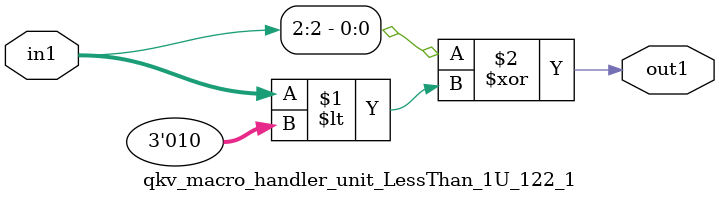
<source format=v>

`timescale 1ps / 1ps


module qkv_macro_handler_unit_LessThan_1U_122_1( in1, out1 );

    input [2:0] in1;
    output out1;

    
    // rtl_process:streamer_handler_LessThan_1U_0_1/streamer_handler_LessThan_1U_0_1_thread_1
    assign out1 = (in1[2] ^ in1 < 3'd2);

endmodule





</source>
